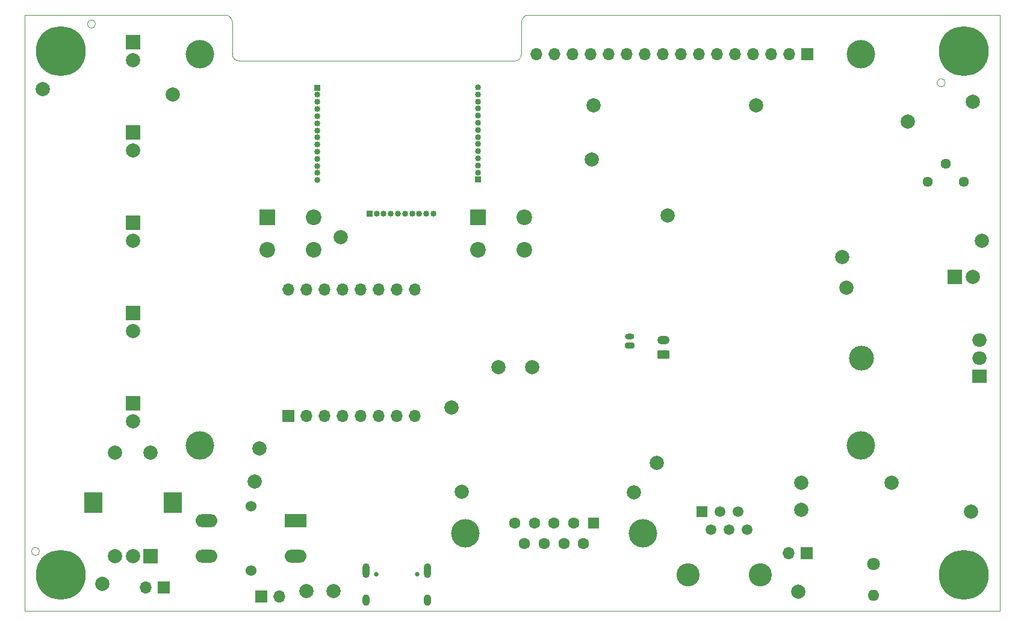
<source format=gbr>
%TF.GenerationSoftware,KiCad,Pcbnew,7.0.5*%
%TF.CreationDate,2025-09-17T13:25:07-04:00*%
%TF.ProjectId,PWA_REV2,5057415f-5245-4563-922e-6b696361645f,2.0*%
%TF.SameCoordinates,Original*%
%TF.FileFunction,Soldermask,Bot*%
%TF.FilePolarity,Negative*%
%FSLAX46Y46*%
G04 Gerber Fmt 4.6, Leading zero omitted, Abs format (unit mm)*
G04 Created by KiCad (PCBNEW 7.0.5) date 2025-09-17 13:25:07*
%MOMM*%
%LPD*%
G01*
G04 APERTURE LIST*
G04 Aperture macros list*
%AMRoundRect*
0 Rectangle with rounded corners*
0 $1 Rounding radius*
0 $2 $3 $4 $5 $6 $7 $8 $9 X,Y pos of 4 corners*
0 Add a 4 corners polygon primitive as box body*
4,1,4,$2,$3,$4,$5,$6,$7,$8,$9,$2,$3,0*
0 Add four circle primitives for the rounded corners*
1,1,$1+$1,$2,$3*
1,1,$1+$1,$4,$5*
1,1,$1+$1,$6,$7*
1,1,$1+$1,$8,$9*
0 Add four rect primitives between the rounded corners*
20,1,$1+$1,$2,$3,$4,$5,0*
20,1,$1+$1,$4,$5,$6,$7,0*
20,1,$1+$1,$6,$7,$8,$9,0*
20,1,$1+$1,$8,$9,$2,$3,0*%
G04 Aperture macros list end*
%ADD10R,2.200000X2.200000*%
%ADD11C,2.200000*%
%ADD12C,0.800000*%
%ADD13C,7.000000*%
%ADD14C,0.650000*%
%ADD15O,1.000000X2.100000*%
%ADD16O,1.000000X1.600000*%
%ADD17RoundRect,0.200000X0.450000X-0.200000X0.450000X0.200000X-0.450000X0.200000X-0.450000X-0.200000X0*%
%ADD18O,1.300000X0.800000*%
%ADD19R,1.700000X1.700000*%
%ADD20O,1.700000X1.700000*%
%ADD21O,1.600000X1.600000*%
%ADD22C,1.800000*%
%ADD23C,3.250000*%
%ADD24R,1.520000X1.520000*%
%ADD25C,1.520000*%
%ADD26RoundRect,0.250000X0.625000X-0.350000X0.625000X0.350000X-0.625000X0.350000X-0.625000X-0.350000X0*%
%ADD27O,1.750000X1.200000*%
%ADD28C,2.000000*%
%ADD29C,4.000000*%
%ADD30R,1.600000X1.600000*%
%ADD31C,1.600000*%
%ADD32R,0.850000X0.850000*%
%ADD33O,0.850000X0.850000*%
%ADD34O,3.500000X3.500000*%
%ADD35R,2.000000X1.905000*%
%ADD36O,2.000000X1.905000*%
%ADD37R,2.000000X2.000000*%
%ADD38C,1.440000*%
%ADD39C,1.524000*%
%ADD40R,3.048000X1.850000*%
%ADD41O,3.048000X1.850000*%
%ADD42R,1.524000X1.524000*%
%ADD43R,2.500000X3.000000*%
%TA.AperFunction,Profile*%
%ADD44C,0.050000*%
%TD*%
%TA.AperFunction,Profile*%
%ADD45C,0.120000*%
%TD*%
G04 APERTURE END LIST*
D10*
%TO.C,S101*%
X90020000Y-46264000D03*
D11*
X96520000Y-46264000D03*
X90020000Y-50764000D03*
X96520000Y-50764000D03*
%TD*%
D12*
%TO.C,H101*%
X58335000Y-22860000D03*
X59103845Y-21003845D03*
X59103845Y-24716155D03*
X60960000Y-20235000D03*
D13*
X60960000Y-22860000D03*
D12*
X60960000Y-25485000D03*
X62816155Y-21003845D03*
X62816155Y-24716155D03*
X63585000Y-22860000D03*
%TD*%
%TO.C,H102*%
X185335000Y-22860000D03*
X186103845Y-21003845D03*
X186103845Y-24716155D03*
X187960000Y-20235000D03*
D13*
X187960000Y-22860000D03*
D12*
X187960000Y-25485000D03*
X189816155Y-21003845D03*
X189816155Y-24716155D03*
X190585000Y-22860000D03*
%TD*%
%TO.C,H104*%
X185335000Y-96520000D03*
X186103845Y-94663845D03*
X186103845Y-98376155D03*
X187960000Y-93895000D03*
D13*
X187960000Y-96520000D03*
D12*
X187960000Y-99145000D03*
X189816155Y-94663845D03*
X189816155Y-98376155D03*
X190585000Y-96520000D03*
%TD*%
D14*
%TO.C,J501*%
X105314000Y-96460000D03*
X111094000Y-96460000D03*
D15*
X103884000Y-95930000D03*
D16*
X103884000Y-100110000D03*
D15*
X112524000Y-95930000D03*
D16*
X112524000Y-100110000D03*
%TD*%
D17*
%TO.C,J601*%
X140970000Y-64262000D03*
D18*
X140970000Y-63012000D03*
%TD*%
D19*
%TO.C,J102*%
X89149000Y-99568000D03*
D20*
X91689000Y-99568000D03*
%TD*%
D12*
%TO.C,H103*%
X58335000Y-96520000D03*
X59103845Y-94663845D03*
X59103845Y-98376155D03*
X60960000Y-93895000D03*
D13*
X60960000Y-96520000D03*
D12*
X60960000Y-99145000D03*
X62816155Y-94663845D03*
X62816155Y-98376155D03*
X63585000Y-96520000D03*
%TD*%
D21*
%TO.C,J101*%
X175260000Y-99420000D03*
D22*
X175260000Y-95020000D03*
%TD*%
D23*
%TO.C,J401*%
X149220000Y-96520000D03*
X159380000Y-96520000D03*
D24*
X151130000Y-87630000D03*
D25*
X152400000Y-90170000D03*
X153670000Y-87630000D03*
X154940000Y-90170000D03*
X156210000Y-87630000D03*
X157480000Y-90170000D03*
%TD*%
D19*
%TO.C,J603*%
X92979000Y-74209710D03*
D20*
X95519000Y-74209710D03*
X98059000Y-74209710D03*
X100599000Y-74209710D03*
X103139000Y-74209710D03*
X105679000Y-74209710D03*
X108219000Y-74209710D03*
X110759000Y-74209710D03*
X110759000Y-56429710D03*
X108219000Y-56429710D03*
X105679000Y-56429710D03*
X103139000Y-56429710D03*
X100599000Y-56429710D03*
X98059000Y-56429710D03*
X95519000Y-56429710D03*
X92979000Y-56429710D03*
%TD*%
D26*
%TO.C,J604*%
X145754000Y-65516000D03*
D27*
X145754000Y-63516000D03*
%TD*%
D28*
%TO.C,TP102*%
X177800000Y-83566000D03*
%TD*%
%TO.C,TP105*%
X188976000Y-87630000D03*
%TD*%
%TO.C,TP101*%
X189230000Y-29972000D03*
%TD*%
D29*
%TO.C,J701*%
X117850000Y-90701000D03*
X142850000Y-90701000D03*
D30*
X135890000Y-89281000D03*
D31*
X133120000Y-89281000D03*
X130350000Y-89281000D03*
X127580000Y-89281000D03*
X124810000Y-89281000D03*
X134505000Y-92121000D03*
X131735000Y-92121000D03*
X128965000Y-92121000D03*
X126195000Y-92121000D03*
%TD*%
D28*
%TO.C,TP204*%
X117348000Y-84836000D03*
%TD*%
%TO.C,TP303*%
X141605000Y-84963000D03*
%TD*%
%TO.C,TP104*%
X58420000Y-28194000D03*
%TD*%
%TO.C,TP402*%
X135890000Y-30480000D03*
%TD*%
%TO.C,TP301*%
X165100000Y-83566000D03*
%TD*%
D32*
%TO.C,J106*%
X119634000Y-40940000D03*
D33*
X119634000Y-39940000D03*
X119634000Y-38940000D03*
X119634000Y-37940000D03*
X119634000Y-36940000D03*
X119634000Y-35940000D03*
X119634000Y-34940000D03*
X119634000Y-33940000D03*
X119634000Y-32940000D03*
X119634000Y-31940000D03*
X119634000Y-30940000D03*
X119634000Y-29940000D03*
X119634000Y-28940000D03*
X119634000Y-27940000D03*
%TD*%
D28*
%TO.C,TP306*%
X171450000Y-56134000D03*
%TD*%
D34*
%TO.C,U101*%
X173545000Y-66040000D03*
D35*
X190205000Y-68580000D03*
D36*
X190205000Y-66040000D03*
X190205000Y-63500000D03*
%TD*%
D19*
%TO.C,J602*%
X75438000Y-98278000D03*
D20*
X72898000Y-98278000D03*
%TD*%
D32*
%TO.C,J104*%
X97028000Y-28004000D03*
D33*
X97028000Y-29004000D03*
X97028000Y-30004000D03*
X97028000Y-31004000D03*
X97028000Y-32004000D03*
X97028000Y-33004000D03*
X97028000Y-34004000D03*
X97028000Y-35004000D03*
X97028000Y-36004000D03*
X97028000Y-37004000D03*
X97028000Y-38004000D03*
X97028000Y-39004000D03*
X97028000Y-40004000D03*
X97028000Y-41004000D03*
%TD*%
D19*
%TO.C,J103*%
X165867000Y-93472000D03*
D20*
X163327000Y-93472000D03*
%TD*%
D28*
%TO.C,TP405*%
X180086000Y-32766000D03*
%TD*%
%TO.C,+5esp32*%
X170856000Y-51816000D03*
%TD*%
%TO.C,TP202*%
X99314000Y-98806000D03*
%TD*%
D32*
%TO.C,J107*%
X104394000Y-45768000D03*
D33*
X105394000Y-45768000D03*
X106394000Y-45768000D03*
X107394000Y-45768000D03*
X108394000Y-45768000D03*
X109394000Y-45768000D03*
X110394000Y-45768000D03*
X111394000Y-45768000D03*
X112394000Y-45768000D03*
X113394000Y-45768000D03*
%TD*%
D28*
%TO.C,TP100*%
X100330000Y-49022000D03*
%TD*%
%TO.C,TP109*%
X76708000Y-28956000D03*
%TD*%
%TO.C,TP302*%
X165100000Y-87376000D03*
%TD*%
%TO.C,TP108*%
X122555000Y-67310000D03*
%TD*%
%TO.C,TP201*%
X95504000Y-98806000D03*
%TD*%
%TO.C,TP403*%
X135636000Y-38100000D03*
%TD*%
%TO.C,TP203*%
X115951000Y-73025000D03*
%TD*%
%TO.C,TP103*%
X190500000Y-49530000D03*
%TD*%
%TO.C,TP205*%
X88265000Y-83439000D03*
%TD*%
%TO.C,TP106*%
X66802000Y-97790000D03*
%TD*%
%TO.C,TP404*%
X146304000Y-45974000D03*
%TD*%
%TO.C,TP206*%
X127254000Y-67310000D03*
%TD*%
%TO.C,TP401*%
X158750000Y-30480000D03*
%TD*%
%TO.C,TP501*%
X88900000Y-78740000D03*
%TD*%
%TO.C,TP305*%
X144780000Y-80772000D03*
%TD*%
%TO.C,TP304*%
X164719000Y-98933000D03*
%TD*%
D10*
%TO.C,S102*%
X119686000Y-46264000D03*
D11*
X126186000Y-46264000D03*
X119686000Y-50764000D03*
X126186000Y-50764000D03*
%TD*%
D37*
%TO.C,D202*%
X71120000Y-59690000D03*
D28*
X71120000Y-62230000D03*
%TD*%
D37*
%TO.C,D203*%
X71120000Y-46990000D03*
D28*
X71120000Y-49530000D03*
%TD*%
D37*
%TO.C,D201*%
X71120000Y-72390000D03*
D28*
X71120000Y-74930000D03*
%TD*%
D37*
%TO.C,D204*%
X71120000Y-34290000D03*
D28*
X71120000Y-36830000D03*
%TD*%
D37*
%TO.C,D205*%
X71120000Y-21590000D03*
D28*
X71120000Y-24130000D03*
%TD*%
D37*
%TO.C,D105*%
X186690000Y-54610000D03*
D28*
X189230000Y-54610000D03*
%TD*%
D38*
%TO.C,RV301*%
X182880000Y-41275000D03*
X185420000Y-38735000D03*
X187960000Y-41275000D03*
%TD*%
D19*
%TO.C,U303*%
X166000000Y-23300000D03*
D20*
X163460000Y-23300000D03*
X160920000Y-23300000D03*
X158380000Y-23300000D03*
X155840000Y-23300000D03*
X153300000Y-23300000D03*
X150760000Y-23300000D03*
X148220000Y-23300000D03*
X145680000Y-23300000D03*
X143140000Y-23300000D03*
X140600000Y-23300000D03*
X138060000Y-23300000D03*
X135520000Y-23300000D03*
X132980000Y-23300000D03*
X130440000Y-23300000D03*
X127900000Y-23300000D03*
%TD*%
D39*
%TO.C,S601*%
X87730000Y-95900000D03*
X87730000Y-86900000D03*
D40*
X93980000Y-88900000D03*
D41*
X81480000Y-88900000D03*
X93980000Y-93900000D03*
X81480000Y-93900000D03*
%TD*%
D42*
%TO.C,U302*%
X166000000Y-23300000D03*
D39*
X163460000Y-23300000D03*
X160920000Y-23300000D03*
X158380000Y-23300000D03*
X155840000Y-23300000D03*
X153300000Y-23300000D03*
X150760000Y-23300000D03*
X148220000Y-23300000D03*
X145680000Y-23300000D03*
X143140000Y-23300000D03*
X140600000Y-23300000D03*
X138060000Y-23300000D03*
X135520000Y-23300000D03*
X132980000Y-23300000D03*
X130440000Y-23300000D03*
X127900000Y-23300000D03*
D29*
X173500000Y-23300000D03*
X173500000Y-78300000D03*
X80500000Y-78300000D03*
X80500000Y-23300000D03*
%TD*%
D37*
%TO.C,SW101*%
X73620000Y-93864000D03*
D28*
X68620000Y-93864000D03*
X71120000Y-93864000D03*
D43*
X65520000Y-86364000D03*
X76720000Y-86364000D03*
D28*
X73620000Y-79364000D03*
X68620000Y-79364000D03*
%TD*%
D44*
X55880000Y-17780000D02*
X55880000Y-101600000D01*
X55880000Y-101600000D02*
X193040000Y-101600000D01*
X55880000Y-17780000D02*
X84074000Y-17780000D01*
X86106000Y-24257000D02*
X124764800Y-24257000D01*
X126796800Y-17780000D02*
X193040000Y-17780000D01*
X125780800Y-18796000D02*
X125780800Y-23241000D01*
X126796800Y-17780000D02*
G75*
G03*
X125780800Y-18796000I0J-1016000D01*
G01*
X193040000Y-101600000D02*
X193040000Y-17780000D01*
X85090000Y-23241000D02*
G75*
G03*
X86106000Y-24257000I1016000J0D01*
G01*
X124764800Y-24257000D02*
G75*
G03*
X125780800Y-23241000I0J1016000D01*
G01*
X85090000Y-18796000D02*
X85090000Y-23241000D01*
X85090000Y-18796000D02*
G75*
G03*
X84074000Y-17780000I-1016000J0D01*
G01*
D45*
%TO.C,T102*%
X57980000Y-93218000D02*
G75*
G03*
X57980000Y-93218000I-576000J0D01*
G01*
%TO.C,T103*%
X185361000Y-27305000D02*
G75*
G03*
X185361000Y-27305000I-576000J0D01*
G01*
%TO.C,T101*%
X65854000Y-19050000D02*
G75*
G03*
X65854000Y-19050000I-576000J0D01*
G01*
%TD*%
M02*

</source>
